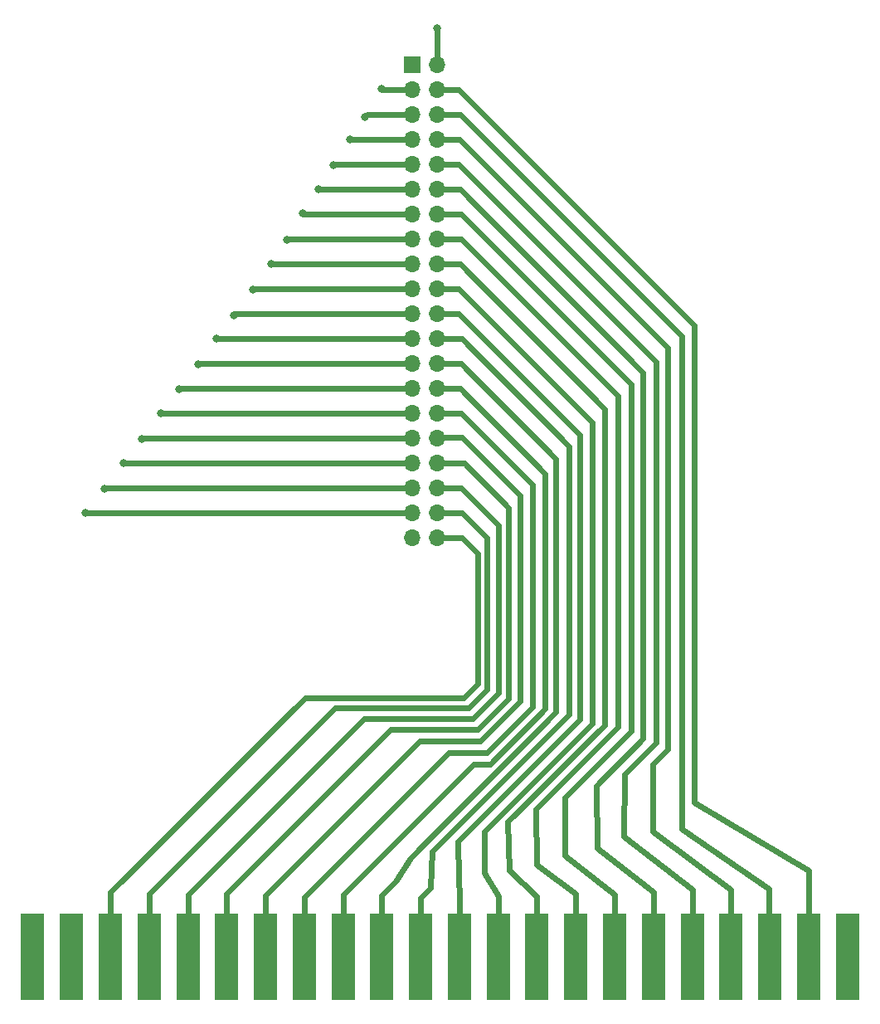
<source format=gbr>
G04 #@! TF.FileFunction,Copper,L2,Bot,Signal*
%FSLAX46Y46*%
G04 Gerber Fmt 4.6, Leading zero omitted, Abs format (unit mm)*
G04 Created by KiCad (PCBNEW 4.0.7) date 07/15/18 20:55:20*
%MOMM*%
%LPD*%
G01*
G04 APERTURE LIST*
%ADD10C,0.100000*%
%ADD11R,2.400000X8.800000*%
%ADD12R,1.700000X1.700000*%
%ADD13O,1.700000X1.700000*%
%ADD14C,0.800000*%
%ADD15C,0.600000*%
G04 APERTURE END LIST*
D10*
D11*
X79849300Y-140301920D03*
X83809300Y-140301920D03*
X87769300Y-140301920D03*
X91729300Y-140301920D03*
X95689300Y-140301920D03*
X99649300Y-140301920D03*
X103609300Y-140301920D03*
X107569300Y-140301920D03*
X111529300Y-140301920D03*
X115489300Y-140301920D03*
X119449300Y-140301920D03*
X123409300Y-140301920D03*
X127369300Y-140301920D03*
X135289300Y-140301920D03*
X155089300Y-140301920D03*
X131329300Y-140301920D03*
X143209300Y-140301920D03*
X163009300Y-140301920D03*
X159049300Y-140301920D03*
X139249300Y-140301920D03*
X151129300Y-140301920D03*
X147169300Y-140301920D03*
D12*
X118618000Y-49352200D03*
D13*
X121158000Y-49352200D03*
X118618000Y-51892200D03*
X121158000Y-51892200D03*
X118618000Y-54432200D03*
X121158000Y-54432200D03*
X118618000Y-56972200D03*
X121158000Y-56972200D03*
X118618000Y-59512200D03*
X121158000Y-59512200D03*
X118618000Y-62052200D03*
X121158000Y-62052200D03*
X118618000Y-64592200D03*
X121158000Y-64592200D03*
X118618000Y-67132200D03*
X121158000Y-67132200D03*
X118618000Y-69672200D03*
X121158000Y-69672200D03*
X118618000Y-72212200D03*
X121158000Y-72212200D03*
X118618000Y-74752200D03*
X121158000Y-74752200D03*
X118618000Y-77292200D03*
X121158000Y-77292200D03*
X118618000Y-79832200D03*
X121158000Y-79832200D03*
X118618000Y-82372200D03*
X121158000Y-82372200D03*
X118618000Y-84912200D03*
X121158000Y-84912200D03*
X118618000Y-87452200D03*
X121158000Y-87452200D03*
X118618000Y-89992200D03*
X121158000Y-89992200D03*
X118618000Y-92532200D03*
X121158000Y-92532200D03*
X118618000Y-95072200D03*
X121158000Y-95072200D03*
X118618000Y-97612200D03*
X121158000Y-97612200D03*
D14*
X85244940Y-95023940D03*
X87172800Y-92565220D03*
X89100660Y-89938860D03*
X91000580Y-87480140D03*
X92928440Y-84853780D03*
X94800420Y-82450940D03*
X96756220Y-79880460D03*
X98628200Y-77226160D03*
X100388420Y-74851260D03*
X102344220Y-72224900D03*
X105780840Y-67195700D03*
X113799620Y-54622700D03*
X104188260Y-69598540D03*
X108993940Y-62054740D03*
X115420140Y-51800760D03*
X107429300Y-64513460D03*
X112262920Y-56941720D03*
X110586520Y-59596020D03*
X121142760Y-45552360D03*
D15*
X85293200Y-95072200D02*
X118618000Y-95072200D01*
X85244940Y-95023940D02*
X85293200Y-95072200D01*
X118618000Y-92532200D02*
X87205820Y-92532200D01*
X87205820Y-92532200D02*
X87172800Y-92565220D01*
X118618000Y-89992200D02*
X89154000Y-89992200D01*
X89154000Y-89992200D02*
X89100660Y-89938860D01*
X118618000Y-87452200D02*
X91028520Y-87452200D01*
X91028520Y-87452200D02*
X91000580Y-87480140D01*
X118618000Y-84912200D02*
X92986860Y-84912200D01*
X92986860Y-84912200D02*
X92928440Y-84853780D01*
X118618000Y-82372200D02*
X94879160Y-82372200D01*
X94879160Y-82372200D02*
X94800420Y-82450940D01*
X118618000Y-79832200D02*
X96804480Y-79832200D01*
X96804480Y-79832200D02*
X96756220Y-79880460D01*
X118618000Y-77292200D02*
X98694240Y-77292200D01*
X98694240Y-77292200D02*
X98628200Y-77226160D01*
X118618000Y-74752200D02*
X100487480Y-74752200D01*
X100487480Y-74752200D02*
X100388420Y-74851260D01*
X118618000Y-72212200D02*
X102356920Y-72212200D01*
X102356920Y-72212200D02*
X102344220Y-72224900D01*
X118618000Y-67132200D02*
X105844340Y-67132200D01*
X105844340Y-67132200D02*
X105780840Y-67195700D01*
X118618000Y-54432200D02*
X113990120Y-54432200D01*
X113990120Y-54432200D02*
X113799620Y-54622700D01*
X118618000Y-69672200D02*
X104261920Y-69672200D01*
X104261920Y-69672200D02*
X104188260Y-69598540D01*
X118618000Y-62052200D02*
X108996480Y-62052200D01*
X108996480Y-62052200D02*
X108993940Y-62054740D01*
X118618000Y-51892200D02*
X115511580Y-51892200D01*
X115511580Y-51892200D02*
X115420140Y-51800760D01*
X118618000Y-64592200D02*
X107508040Y-64592200D01*
X107508040Y-64592200D02*
X107429300Y-64513460D01*
X118618000Y-56972200D02*
X112293400Y-56972200D01*
X112293400Y-56972200D02*
X112262920Y-56941720D01*
X118618000Y-59512200D02*
X110670340Y-59512200D01*
X110670340Y-59512200D02*
X110586520Y-59596020D01*
X87769300Y-140301920D02*
X87769300Y-133744100D01*
X123672600Y-97612200D02*
X121158000Y-97612200D01*
X125272800Y-99212400D02*
X123672600Y-97612200D01*
X125272800Y-112445800D02*
X125272800Y-99212400D01*
X123837700Y-113880900D02*
X125272800Y-112445800D01*
X107632500Y-113880900D02*
X123837700Y-113880900D01*
X87769300Y-133744100D02*
X107632500Y-113880900D01*
X87769300Y-140301920D02*
X87769300Y-134264000D01*
X91729300Y-140301920D02*
X91729300Y-133937000D01*
X123685300Y-95072200D02*
X121158000Y-95072200D01*
X126187200Y-97574100D02*
X123685300Y-95072200D01*
X126187200Y-113080800D02*
X126187200Y-97574100D01*
X124320300Y-114947700D02*
X126187200Y-113080800D01*
X110718600Y-114947700D02*
X124320300Y-114947700D01*
X91729300Y-133937000D02*
X110718600Y-114947700D01*
X91729300Y-140301920D02*
X91729300Y-134134600D01*
X95689300Y-140301920D02*
X95689300Y-134015600D01*
X123621800Y-92532200D02*
X121158000Y-92532200D01*
X127368300Y-96278700D02*
X123621800Y-92532200D01*
X127368300Y-113423700D02*
X127368300Y-96278700D01*
X124790200Y-116001800D02*
X127368300Y-113423700D01*
X113703100Y-116001800D02*
X124790200Y-116001800D01*
X95689300Y-134015600D02*
X113703100Y-116001800D01*
X121399300Y-92290900D02*
X121158000Y-92532200D01*
X95689300Y-140301920D02*
X95689300Y-134360800D01*
X99649300Y-140301920D02*
X99649300Y-133865600D01*
X123901200Y-89992200D02*
X121158000Y-89992200D01*
X128397000Y-94488000D02*
X123901200Y-89992200D01*
X128397000Y-114010440D02*
X128397000Y-94488000D01*
X125249940Y-117157500D02*
X128397000Y-114010440D01*
X116357400Y-117157500D02*
X125249940Y-117157500D01*
X99649300Y-133865600D02*
X116357400Y-117157500D01*
X99649300Y-140301920D02*
X99649300Y-134409200D01*
X103609300Y-140301920D02*
X103609300Y-134096600D01*
X123685300Y-87299800D02*
X121310400Y-87299800D01*
X129616200Y-93230700D02*
X123685300Y-87299800D01*
X129616200Y-114261900D02*
X129616200Y-93230700D01*
X125539500Y-118338600D02*
X129616200Y-114261900D01*
X119367300Y-118338600D02*
X125539500Y-118338600D01*
X103609300Y-134096600D02*
X119367300Y-118338600D01*
X121310400Y-87299800D02*
X121158000Y-87452200D01*
X103609300Y-140301920D02*
X103609300Y-134635400D01*
X121158000Y-45567600D02*
X121158000Y-49352200D01*
X121142760Y-45552360D02*
X121158000Y-45567600D01*
X107569300Y-140301920D02*
X107569300Y-134251400D01*
X123621800Y-84912200D02*
X121158000Y-84912200D01*
X130835400Y-92125800D02*
X123621800Y-84912200D01*
X130835400Y-114833400D02*
X130835400Y-92125800D01*
X126187200Y-119481600D02*
X130835400Y-114833400D01*
X122339100Y-119481600D02*
X126187200Y-119481600D01*
X107569300Y-134251400D02*
X122339100Y-119481600D01*
X121424700Y-84645500D02*
X121158000Y-84912200D01*
X107569300Y-140301920D02*
X107569300Y-135306100D01*
X111529300Y-140301920D02*
X111529300Y-133987100D01*
X123482100Y-82372200D02*
X121158000Y-82372200D01*
X132156200Y-91046300D02*
X123482100Y-82372200D01*
X132156200Y-115056920D02*
X132156200Y-91046300D01*
X126512320Y-120700800D02*
X132156200Y-115056920D01*
X124815600Y-120700800D02*
X126512320Y-120700800D01*
X111529300Y-133987100D02*
X124815600Y-120700800D01*
X111529300Y-140301920D02*
X111529300Y-136207940D01*
X115489300Y-140301920D02*
X115489300Y-134027600D01*
X123609100Y-79832200D02*
X121158000Y-79832200D01*
X133273800Y-89496900D02*
X123609100Y-79832200D01*
X133273800Y-115392200D02*
X133273800Y-89496900D01*
X118409720Y-130256280D02*
X133273800Y-115392200D01*
X116931715Y-132668354D02*
X118409720Y-130256280D01*
X115489300Y-134027600D02*
X116931715Y-132668354D01*
X121259600Y-79933800D02*
X121158000Y-79832200D01*
X119449300Y-140301920D02*
X119449300Y-134296700D01*
X123659900Y-77292200D02*
X121158000Y-77292200D01*
X134614920Y-88247220D02*
X123659900Y-77292200D01*
X134614920Y-115615720D02*
X134614920Y-88247220D01*
X120616980Y-129613660D02*
X134614920Y-115615720D01*
X120477543Y-133278642D02*
X120616980Y-129613660D01*
X119449300Y-134296700D02*
X120477543Y-133278642D01*
X123409300Y-140301920D02*
X123409300Y-134299100D01*
X123329700Y-74752200D02*
X121158000Y-74752200D01*
X135676640Y-87099140D02*
X123329700Y-74752200D01*
X135676640Y-116118640D02*
X135676640Y-87099140D01*
X123271280Y-128524000D02*
X135676640Y-116118640D01*
X123306839Y-132237334D02*
X123271280Y-128524000D01*
X123409300Y-134299100D02*
X123306839Y-132237334D01*
X127369300Y-140301920D02*
X127369300Y-134149100D01*
X123342400Y-72212200D02*
X121158000Y-72212200D01*
X136961880Y-85831680D02*
X123342400Y-72212200D01*
X136961880Y-116509800D02*
X136961880Y-85831680D01*
X125953520Y-127518160D02*
X136961880Y-116509800D01*
X125928120Y-131749800D02*
X125953520Y-127518160D01*
X127369300Y-134149100D02*
X125928120Y-131749800D01*
X135289300Y-140301920D02*
X135289300Y-133925300D01*
X123596400Y-67132200D02*
X121158000Y-67132200D01*
X139588240Y-83124040D02*
X123596400Y-67132200D01*
X139588240Y-116900960D02*
X139588240Y-83124040D01*
X131206240Y-125282960D02*
X139588240Y-116900960D01*
X131323055Y-130971309D02*
X131206240Y-125282960D01*
X135289300Y-133925300D02*
X131323055Y-130971309D01*
X155089300Y-140301920D02*
X154998083Y-133351304D01*
X123507500Y-54432200D02*
X121158000Y-54432200D01*
X146090640Y-77015340D02*
X123507500Y-54432200D01*
X146090640Y-127254000D02*
X146090640Y-77015340D01*
X154998083Y-133351304D02*
X146090640Y-127254000D01*
X131329300Y-140301920D02*
X131329300Y-134189600D01*
X123469400Y-69672200D02*
X121158000Y-69672200D01*
X138247120Y-84449920D02*
X123469400Y-69672200D01*
X138247120Y-116677440D02*
X138247120Y-84449920D01*
X128356360Y-126568200D02*
X138247120Y-116677440D01*
X128464617Y-131555175D02*
X128356360Y-126568200D01*
X131329300Y-134189600D02*
X128464617Y-131555175D01*
X143209300Y-140301920D02*
X143209300Y-133701500D01*
X123507500Y-62052200D02*
X121158000Y-62052200D01*
X142158720Y-80703420D02*
X123507500Y-62052200D01*
X142158720Y-118074440D02*
X142158720Y-80703420D01*
X137353040Y-122880120D02*
X142158720Y-118074440D01*
X137478759Y-129234019D02*
X137353040Y-122880120D01*
X143209300Y-133701500D02*
X137478759Y-129234019D01*
X159049300Y-140301920D02*
X159087638Y-131506347D01*
X123367800Y-51892200D02*
X121158000Y-51892200D01*
X147416520Y-75940920D02*
X123367800Y-51892200D01*
X147416520Y-124602240D02*
X147416520Y-75940920D01*
X159087638Y-131506347D02*
X147416520Y-124602240D01*
X139249300Y-140301920D02*
X139249300Y-133965800D01*
X123609100Y-64592200D02*
X121158000Y-64592200D01*
X140929360Y-81912460D02*
X123609100Y-64592200D01*
X140929360Y-117320060D02*
X140929360Y-81912460D01*
X134139940Y-124109480D02*
X140929360Y-117320060D01*
X134162570Y-130027836D02*
X134139940Y-124109480D01*
X139249300Y-133965800D02*
X134162570Y-130027836D01*
X151129300Y-140301920D02*
X151129300Y-133477700D01*
X123418600Y-56972200D02*
X121158000Y-56972200D01*
X144673320Y-78226920D02*
X123418600Y-56972200D01*
X144673320Y-119164100D02*
X144673320Y-78226920D01*
X143164560Y-120672860D02*
X144673320Y-119164100D01*
X143150388Y-127543625D02*
X143164560Y-120672860D01*
X151129300Y-133477700D02*
X143150388Y-127543625D01*
X147169300Y-140301920D02*
X147169300Y-133488000D01*
X123291600Y-59512200D02*
X121158000Y-59512200D01*
X143443960Y-79664560D02*
X123291600Y-59512200D01*
X143443960Y-118465600D02*
X143443960Y-79664560D01*
X140230860Y-121678700D02*
X143443960Y-118465600D01*
X140199838Y-128014692D02*
X140230860Y-121678700D01*
X147169300Y-133488000D02*
X140199838Y-128014692D01*
M02*

</source>
